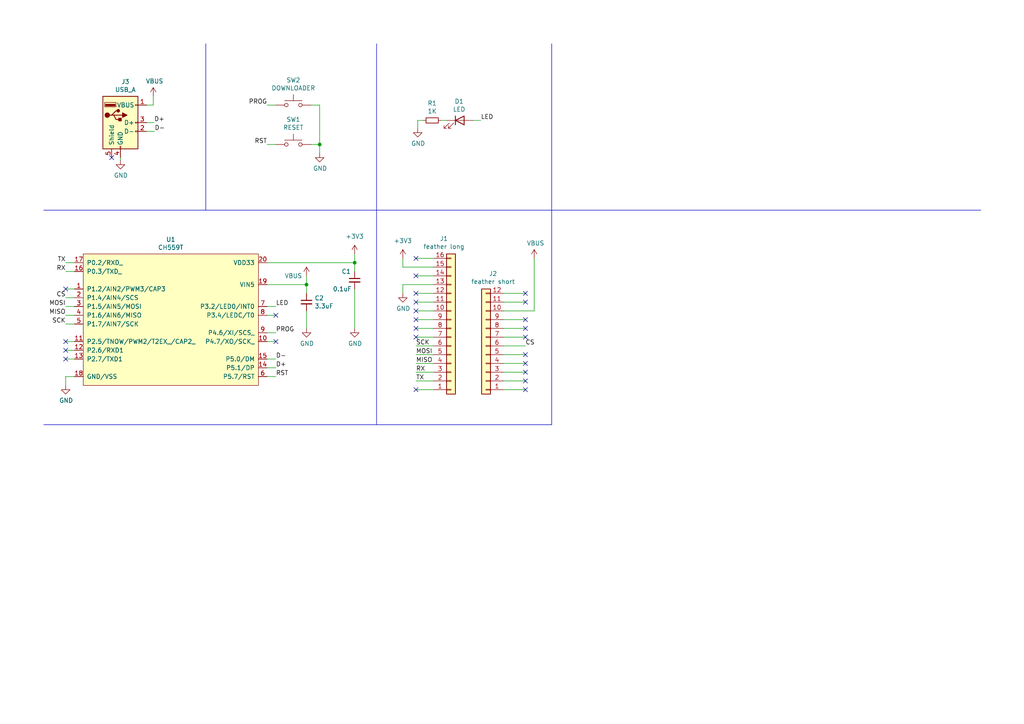
<source format=kicad_sch>
(kicad_sch (version 20230121) (generator eeschema)
  (paper "A4")
  (lib_symbols
    (symbol "Connector_Generic:Conn_01x12" (pin_names (offset 1.016) hide)
      (property "Reference" "J" (at 0 15.24 0))
      (property "Value" "Conn_01x12" (at 0 -17.78 0))
      (symbol "Conn_01x12_1_1"
        (rectangle (start -1.27 -15.113) (end 0 -15.367) (stroke (width 0.1524)))
        (rectangle (start -1.27 -12.573) (end 0 -12.827) (stroke (width 0.1524)))
        (rectangle (start -1.27 -10.033) (end 0 -10.287) (stroke (width 0.1524)))
        (rectangle (start -1.27 -7.493) (end 0 -7.747) (stroke (width 0.1524)))
        (rectangle (start -1.27 -4.953) (end 0 -5.207) (stroke (width 0.1524)))
        (rectangle (start -1.27 -2.413) (end 0 -2.667) (stroke (width 0.1524)))
        (rectangle (start -1.27 0.127) (end 0 -0.127) (stroke (width 0.1524)))
        (rectangle (start -1.27 2.667) (end 0 2.413) (stroke (width 0.1524)))
        (rectangle (start -1.27 5.207) (end 0 4.953) (stroke (width 0.1524)))
        (rectangle (start -1.27 7.747) (end 0 7.493) (stroke (width 0.1524)))
        (rectangle (start -1.27 10.287) (end 0 10.033) (stroke (width 0.1524)))
        (rectangle (start -1.27 12.827) (end 0 12.573) (stroke (width 0.1524)))
        (rectangle (start -1.27 13.97) (end 1.27 -16.51) (stroke (width 0.254)) (fill (type background)))
        (pin passive line (at -5.08 12.7 0) (length 3.81) (name "Pin_1") (number "1"))
        (pin passive line (at -5.08 -10.16 0) (length 3.81) (name "Pin_10") (number "10"))
        (pin passive line (at -5.08 -12.7 0) (length 3.81) (name "Pin_11") (number "11"))
        (pin passive line (at -5.08 -15.24 0) (length 3.81) (name "Pin_12") (number "12"))
        (pin passive line (at -5.08 10.16 0) (length 3.81) (name "Pin_2") (number "2"))
        (pin passive line (at -5.08 7.62 0) (length 3.81) (name "Pin_3") (number "3"))
        (pin passive line (at -5.08 5.08 0) (length 3.81) (name "Pin_4") (number "4"))
        (pin passive line (at -5.08 2.54 0) (length 3.81) (name "Pin_5") (number "5"))
        (pin passive line (at -5.08 0 0) (length 3.81) (name "Pin_6") (number "6"))
        (pin passive line (at -5.08 -2.54 0) (length 3.81) (name "Pin_7") (number "7"))
        (pin passive line (at -5.08 -5.08 0) (length 3.81) (name "Pin_8") (number "8"))
        (pin passive line (at -5.08 -7.62 0) (length 3.81) (name "Pin_9") (number "9"))
      )
    )
    (symbol "Connector_Generic:Conn_01x16" (pin_names (offset 1.016) hide)
      (property "Reference" "J" (at 0 20.32 0))
      (property "Value" "Conn_01x16" (at 0 -22.86 0))
      (symbol "Conn_01x16_1_1"
        (rectangle (start -1.27 -20.193) (end 0 -20.447) (stroke (width 0.1524)))
        (rectangle (start -1.27 -17.653) (end 0 -17.907) (stroke (width 0.1524)))
        (rectangle (start -1.27 -15.113) (end 0 -15.367) (stroke (width 0.1524)))
        (rectangle (start -1.27 -12.573) (end 0 -12.827) (stroke (width 0.1524)))
        (rectangle (start -1.27 -10.033) (end 0 -10.287) (stroke (width 0.1524)))
        (rectangle (start -1.27 -7.493) (end 0 -7.747) (stroke (width 0.1524)))
        (rectangle (start -1.27 -4.953) (end 0 -5.207) (stroke (width 0.1524)))
        (rectangle (start -1.27 -2.413) (end 0 -2.667) (stroke (width 0.1524)))
        (rectangle (start -1.27 0.127) (end 0 -0.127) (stroke (width 0.1524)))
        (rectangle (start -1.27 2.667) (end 0 2.413) (stroke (width 0.1524)))
        (rectangle (start -1.27 5.207) (end 0 4.953) (stroke (width 0.1524)))
        (rectangle (start -1.27 7.747) (end 0 7.493) (stroke (width 0.1524)))
        (rectangle (start -1.27 10.287) (end 0 10.033) (stroke (width 0.1524)))
        (rectangle (start -1.27 12.827) (end 0 12.573) (stroke (width 0.1524)))
        (rectangle (start -1.27 15.367) (end 0 15.113) (stroke (width 0.1524)))
        (rectangle (start -1.27 17.907) (end 0 17.653) (stroke (width 0.1524)))
        (rectangle (start -1.27 19.05) (end 1.27 -21.59) (stroke (width 0.254)) (fill (type background)))
        (pin passive line (at -5.08 17.78 0) (length 3.81) (name "Pin_1") (number "1"))
        (pin passive line (at -5.08 -5.08 0) (length 3.81) (name "Pin_10") (number "10"))
        (pin passive line (at -5.08 -7.62 0) (length 3.81) (name "Pin_11") (number "11"))
        (pin passive line (at -5.08 -10.16 0) (length 3.81) (name "Pin_12") (number "12"))
        (pin passive line (at -5.08 -12.7 0) (length 3.81) (name "Pin_13") (number "13"))
        (pin passive line (at -5.08 -15.24 0) (length 3.81) (name "Pin_14") (number "14"))
        (pin passive line (at -5.08 -17.78 0) (length 3.81) (name "Pin_15") (number "15"))
        (pin passive line (at -5.08 -20.32 0) (length 3.81) (name "Pin_16") (number "16"))
        (pin passive line (at -5.08 15.24 0) (length 3.81) (name "Pin_2") (number "2"))
        (pin passive line (at -5.08 12.7 0) (length 3.81) (name "Pin_3") (number "3"))
        (pin passive line (at -5.08 10.16 0) (length 3.81) (name "Pin_4") (number "4"))
        (pin passive line (at -5.08 7.62 0) (length 3.81) (name "Pin_5") (number "5"))
        (pin passive line (at -5.08 5.08 0) (length 3.81) (name "Pin_6") (number "6"))
        (pin passive line (at -5.08 2.54 0) (length 3.81) (name "Pin_7") (number "7"))
        (pin passive line (at -5.08 0 0) (length 3.81) (name "Pin_8") (number "8"))
        (pin passive line (at -5.08 -2.54 0) (length 3.81) (name "Pin_9") (number "9"))
      )
    )
    (symbol "Device:C_Small" (pin_numbers hide) (pin_names (offset 0.254) hide)
      (property "Reference" "C" (at 0.254 1.778 0))
      (property "Value" "C_Small" (at 0.254 -2.032 0))
      (symbol "C_Small_0_1"
        (polyline (pts (xy -1.524 -0.508) (xy 1.524 -0.508)) (stroke (width 0.3302)))
        (polyline (pts (xy -1.524 0.508) (xy 1.524 0.508)) (stroke (width 0.3048)))
      )
      (symbol "C_Small_1_1"
        (pin passive line (at 0 2.54 270) (length 2.032) (name "~") (number "1"))
        (pin passive line (at 0 -2.54 90) (length 2.032) (name "~") (number "2"))
      )
    )
    (symbol "Device:LED" (pin_numbers hide) (pin_names (offset 1.016) hide)
      (property "Reference" "D" (at 0 2.54 0))
      (property "Value" "LED" (at 0 -2.54 0))
      (symbol "LED_0_1"
        (polyline (pts (xy -1.27 -1.27) (xy -1.27 1.27)) (stroke (width 0.254)))
        (polyline (pts (xy -1.27 0) (xy 1.27 0)))
        (polyline (pts (xy 1.27 -1.27) (xy 1.27 1.27) (xy -1.27 0) (xy 1.27 -1.27)) (stroke (width 0.254)))
        (polyline (pts (xy -3.048 -0.762) (xy -4.572 -2.286) (xy -3.81 -2.286) (xy -4.572 -2.286) (xy -4.572 -1.524)))
        (polyline (pts (xy -1.778 -0.762) (xy -3.302 -2.286) (xy -2.54 -2.286) (xy -3.302 -2.286) (xy -3.302 -1.524)))
      )
      (symbol "LED_1_1"
        (pin passive line (at -3.81 0 0) (length 2.54) (name "K") (number "1"))
        (pin passive line (at 3.81 0 180) (length 2.54) (name "A") (number "2"))
      )
    )
    (symbol "Device:R_Small" (pin_numbers hide) (pin_names (offset 0.254) hide)
      (property "Reference" "R" (at 0.762 0.508 0))
      (property "Value" "R_Small" (at 0.762 -1.016 0))
      (symbol "R_Small_0_1"
        (rectangle (start -0.762 1.778) (end 0.762 -1.778) (stroke (width 0.2032)))
      )
      (symbol "R_Small_1_1"
        (pin passive line (at 0 2.54 270) (length 0.762) (name "~") (number "1"))
        (pin passive line (at 0 -2.54 90) (length 0.762) (name "~") (number "2"))
      )
    )
    (symbol "Switch:SW_Push" (pin_numbers hide) (pin_names (offset 1.016) hide)
      (property "Reference" "SW" (at 1.27 2.54 0))
      (property "Value" "SW_Push" (at 0 -1.524 0))
      (symbol "SW_Push_0_1"
        (circle (center -2.032 0) (radius 0.508))
        (polyline (pts (xy 0 1.27) (xy 0 3.048)))
        (polyline (pts (xy 2.54 1.27) (xy -2.54 1.27)))
        (circle (center 2.032 0) (radius 0.508))
        (pin passive line (at -5.08 0 0) (length 2.54) (name "1") (number "1"))
        (pin passive line (at 5.08 0 180) (length 2.54) (name "2") (number "2"))
      )
    )
    (symbol "WingHub-rescue:CH559T-Electronic_Cats" (pin_names (offset 1.016))
      (property "Reference" "U" (at 0 21.59 0))
      (property "Value" "CH559T-Electronic_Cats" (at 0 -21.59 0))
      (symbol "CH559T-Electronic_Cats_0_1"
        (rectangle (start -25.4 19.05) (end 25.4 -19.05) (fill (type background)))
      )
      (symbol "CH559T-Electronic_Cats_1_1"
        (pin input line (at -27.94 8.89 0) (length 2.54) (name "P1.2/AIN2/PWM3/CAP3") (number "1"))
        (pin input line (at 27.94 -6.35 180) (length 2.54) (name "P4.7/XO/SCK_") (number "10"))
        (pin input line (at -27.94 -6.35 0) (length 2.54) (name "P2.5/TNOW/PWM2/T2EX_/CAP2_") (number "11"))
        (pin input line (at -27.94 -8.89 0) (length 2.54) (name "P2.6/RXD1") (number "12"))
        (pin input line (at -27.94 -11.43 0) (length 2.54) (name "P2.7/TXD1") (number "13"))
        (pin input line (at 27.94 -13.97 180) (length 2.54) (name "P5.1/DP") (number "14"))
        (pin input line (at 27.94 -11.43 180) (length 2.54) (name "P5.0/DM") (number "15"))
        (pin input line (at -27.94 13.97 0) (length 2.54) (name "P0.3/TXD_") (number "16"))
        (pin input line (at -27.94 16.51 0) (length 2.54) (name "P0.2/RXD_") (number "17"))
        (pin input line (at -27.94 -16.51 0) (length 2.54) (name "GND/VSS") (number "18"))
        (pin input line (at 27.94 10.16 180) (length 2.54) (name "VIN5") (number "19"))
        (pin input line (at -27.94 6.35 0) (length 2.54) (name "P1.4/AIN4/SCS") (number "2"))
        (pin input line (at 27.94 16.51 180) (length 2.54) (name "VDD33") (number "20"))
        (pin input line (at -27.94 3.81 0) (length 2.54) (name "P1.5/AIN5/MOSI") (number "3"))
        (pin input line (at -27.94 1.27 0) (length 2.54) (name "P1.6/AIN6/MISO") (number "4"))
        (pin input line (at -27.94 -1.27 0) (length 2.54) (name "P1.7/AIN7/SCK") (number "5"))
        (pin input line (at 27.94 -16.51 180) (length 2.54) (name "P5.7/RST") (number "6"))
        (pin input line (at 27.94 3.81 180) (length 2.54) (name "P3.2/LED0/INT0") (number "7"))
        (pin input line (at 27.94 1.27 180) (length 2.54) (name "P3.4/LEDC/T0") (number "8"))
        (pin input line (at 27.94 -3.81 180) (length 2.54) (name "P4.6/XI/SCS_") (number "9"))
      )
    )
    (symbol "WingHub-rescue:USB_A-Connector" (pin_names (offset 1.016))
      (property "Reference" "J" (at -5.08 11.43 0))
      (property "Value" "Connector_USB_A" (at -5.08 8.89 0))
      (symbol "USB_A-Connector_0_1"
        (rectangle (start -5.08 -7.62) (end 5.08 7.62) (stroke (width 0.254)) (fill (type background)))
        (circle (center -3.81 2.159) (radius 0.635) (stroke (width 0.254)) (fill (type outline)))
        (rectangle (start -1.524 4.826) (end -4.318 5.334) (fill (type outline)))
        (rectangle (start -1.27 4.572) (end -4.572 5.842))
        (circle (center -0.635 3.429) (radius 0.381) (stroke (width 0.254)) (fill (type outline)))
        (rectangle (start -0.127 -7.62) (end 0.127 -6.858))
        (polyline (pts (xy -3.175 2.159) (xy -2.54 2.159) (xy -1.27 3.429) (xy -0.635 3.429)) (stroke (width 0.254)))
        (polyline (pts (xy -2.54 2.159) (xy -1.905 2.159) (xy -1.27 0.889) (xy 0 0.889)) (stroke (width 0.254)))
        (polyline (pts (xy 0.635 2.794) (xy 0.635 1.524) (xy 1.905 2.159) (xy 0.635 2.794)) (stroke (width 0.254)) (fill (type outline)))
        (rectangle (start 0.254 1.27) (end -0.508 0.508) (stroke (width 0.254)) (fill (type outline)))
        (rectangle (start 5.08 -2.667) (end 4.318 -2.413))
        (rectangle (start 5.08 -0.127) (end 4.318 0.127))
        (rectangle (start 5.08 4.953) (end 4.318 5.207))
      )
      (symbol "USB_A-Connector_1_1"
        (polyline (pts (xy -1.905 2.159) (xy 0.635 2.159)) (stroke (width 0.254)))
        (pin power_in line (at 7.62 5.08 180) (length 2.54) (name "VBUS") (number "1"))
        (pin passive line (at 7.62 -2.54 180) (length 2.54) (name "D-") (number "2"))
        (pin passive line (at 7.62 0 180) (length 2.54) (name "D+") (number "3"))
        (pin power_in line (at 0 -10.16 90) (length 2.54) (name "GND") (number "4"))
        (pin passive line (at -2.54 -10.16 90) (length 2.54) (name "Shield") (number "5"))
      )
    )
    (symbol "power:+3V3" (power) (pin_names (offset 0))
      (property "Value" "+3V3" (at 0 3.556 0))
      (symbol "+3V3_0_1"
        (polyline (pts (xy -0.762 1.27) (xy 0 2.54)))
        (polyline (pts (xy 0 0) (xy 0 2.54)))
        (polyline (pts (xy 0 2.54) (xy 0.762 1.27)))
      )
      (symbol "+3V3_1_1"
        (pin power_in line (at 0 0 90) (length 0) hide (name "+3V3") (number "1"))
      )
    )
    (symbol "power:GND" (power) (pin_names (offset 0))
      (property "Value" "GND" (at 0 -3.81 0))
      (symbol "GND_0_1"
        (polyline (pts (xy 0 0) (xy 0 -1.27) (xy 1.27 -1.27) (xy 0 -2.54) (xy -1.27 -1.27) (xy 0 -1.27)))
      )
      (symbol "GND_1_1"
        (pin power_in line (at 0 0 270) (length 0) hide (name "GND") (number "1"))
      )
    )
    (symbol "power:VBUS" (power) (pin_names (offset 0))
      (property "Value" "VBUS" (at 0 3.81 0))
      (symbol "VBUS_0_1"
        (polyline (pts (xy -0.762 1.27) (xy 0 2.54)))
        (polyline (pts (xy 0 0) (xy 0 2.54)))
        (polyline (pts (xy 0 2.54) (xy 0.762 1.27)))
      )
      (symbol "VBUS_1_1"
        (pin power_in line (at 0 0 90) (length 0) hide (name "VBUS") (number "1"))
      )
    )
  )
  (junction (at 88.9 82.55))
  (junction (at 92.71 41.91))
  (junction (at 102.87 76.2))
  (no_connect (at 120.65 80.01))
  (no_connect (at 120.65 74.93))
  (no_connect (at 152.4 97.79))
  (no_connect (at 120.65 113.03))
  (no_connect (at 120.65 92.71))
  (no_connect (at 152.4 102.87))
  (no_connect (at 120.65 90.17))
  (no_connect (at 19.05 83.82))
  (no_connect (at 32.385 45.72))
  (no_connect (at 152.4 113.03))
  (no_connect (at 19.05 104.14))
  (no_connect (at 80.01 99.06))
  (no_connect (at 152.4 95.25))
  (no_connect (at 152.4 85.09))
  (no_connect (at 120.65 85.09))
  (no_connect (at 152.4 105.41))
  (no_connect (at 120.65 87.63))
  (no_connect (at 19.05 101.6))
  (no_connect (at 120.65 97.79))
  (no_connect (at 19.05 99.06))
  (no_connect (at 80.01 91.44))
  (no_connect (at 152.4 87.63))
  (no_connect (at 152.4 107.95))
  (no_connect (at 152.4 92.71))
  (no_connect (at 120.65 95.25))
  (no_connect (at 152.4 110.49))
  (wire (pts (xy 146.05 95.25) (xy 152.4 95.25)))
  (wire (pts (xy 77.47 106.68) (xy 80.01 106.68)))
  (wire (pts (xy 42.545 38.1) (xy 44.831 38.1)))
  (wire (pts (xy 121.158 34.925) (xy 121.158 37.211)))
  (wire (pts (xy 80.01 104.14) (xy 77.47 104.14)))
  (wire (pts (xy 146.05 107.95) (xy 152.4 107.95)))
  (wire (pts (xy 120.65 95.25) (xy 125.73 95.25)))
  (wire (pts (xy 77.47 30.48) (xy 80.01 30.48)))
  (wire (pts (xy 77.47 99.06) (xy 80.01 99.06)))
  (wire (pts (xy 116.84 74.93) (xy 116.84 77.47)))
  (wire (pts (xy 146.05 100.33) (xy 152.4 100.33)))
  (wire (pts (xy 21.59 78.74) (xy 19.05 78.74)))
  (wire (pts (xy 21.59 109.22) (xy 19.05 109.22)))
  (wire (pts (xy 77.47 91.44) (xy 80.01 91.44)))
  (wire (pts (xy 120.65 74.93) (xy 125.73 74.93)))
  (wire (pts (xy 146.05 85.09) (xy 152.4 85.09)))
  (wire (pts (xy 88.9 90.17) (xy 88.9 95.25)))
  (wire (pts (xy 21.59 93.98) (xy 19.05 93.98)))
  (wire (pts (xy 116.84 82.55) (xy 125.73 82.55)))
  (wire (pts (xy 21.59 104.14) (xy 19.05 104.14)))
  (wire (pts (xy 137.16 34.925) (xy 139.446 34.925)))
  (wire (pts (xy 102.87 76.2) (xy 102.87 73.66)))
  (wire (pts (xy 120.65 92.71) (xy 125.73 92.71)))
  (wire (pts (xy 42.545 30.48) (xy 44.45 30.48)))
  (wire (pts (xy 21.59 83.82) (xy 19.05 83.82)))
  (wire (pts (xy 146.05 105.41) (xy 152.4 105.41)))
  (wire (pts (xy 88.9 82.55) (xy 88.9 85.09)))
  (wire (pts (xy 77.47 96.52) (xy 80.01 96.52)))
  (wire (pts (xy 21.59 101.6) (xy 19.05 101.6)))
  (polyline (pts (xy 109.22 12.7) (xy 109.22 123.19)))
  (wire (pts (xy 88.9 80.01) (xy 88.9 82.55)))
  (wire (pts (xy 90.17 41.91) (xy 92.71 41.91)))
  (wire (pts (xy 120.65 113.03) (xy 125.73 113.03)))
  (wire (pts (xy 146.05 92.71) (xy 152.4 92.71)))
  (wire (pts (xy 120.65 100.33) (xy 125.73 100.33)))
  (wire (pts (xy 102.87 78.74) (xy 102.87 76.2)))
  (wire (pts (xy 120.65 110.49) (xy 125.73 110.49)))
  (wire (pts (xy 120.65 85.09) (xy 125.73 85.09)))
  (wire (pts (xy 92.71 41.91) (xy 92.71 44.45)))
  (wire (pts (xy 21.59 99.06) (xy 19.05 99.06)))
  (polyline (pts (xy 59.69 12.7) (xy 59.69 60.96)))
  (wire (pts (xy 34.925 45.72) (xy 34.925 46.482)))
  (polyline (pts (xy 12.7 60.96) (xy 284.48 60.96)))
  (wire (pts (xy 146.05 97.79) (xy 152.4 97.79)))
  (polyline (pts (xy 160.02 123.19) (xy 160.02 12.7)))
  (wire (pts (xy 146.05 90.17) (xy 154.94 90.17)))
  (wire (pts (xy 120.65 87.63) (xy 125.73 87.63)))
  (wire (pts (xy 146.05 87.63) (xy 152.4 87.63)))
  (wire (pts (xy 129.54 34.925) (xy 127.889 34.925)))
  (wire (pts (xy 77.47 109.22) (xy 80.01 109.22)))
  (wire (pts (xy 120.65 97.79) (xy 125.73 97.79)))
  (wire (pts (xy 146.05 102.87) (xy 152.4 102.87)))
  (wire (pts (xy 102.87 83.82) (xy 102.87 95.25)))
  (wire (pts (xy 42.545 35.56) (xy 44.704 35.56)))
  (wire (pts (xy 44.45 30.48) (xy 44.45 27.94)))
  (wire (pts (xy 120.65 107.95) (xy 125.73 107.95)))
  (wire (pts (xy 77.47 76.2) (xy 102.87 76.2)))
  (wire (pts (xy 154.94 74.93) (xy 154.94 90.17)))
  (wire (pts (xy 19.05 109.22) (xy 19.05 111.76)))
  (wire (pts (xy 120.65 105.41) (xy 125.73 105.41)))
  (wire (pts (xy 90.17 30.48) (xy 92.71 30.48)))
  (wire (pts (xy 21.59 88.9) (xy 19.05 88.9)))
  (wire (pts (xy 92.71 30.48) (xy 92.71 41.91)))
  (wire (pts (xy 116.84 77.47) (xy 125.73 77.47)))
  (wire (pts (xy 21.59 91.44) (xy 19.05 91.44)))
  (wire (pts (xy 120.65 102.87) (xy 125.73 102.87)))
  (wire (pts (xy 116.84 85.09) (xy 116.84 82.55)))
  (wire (pts (xy 77.47 82.55) (xy 88.9 82.55)))
  (wire (pts (xy 21.59 76.2) (xy 19.05 76.2)))
  (wire (pts (xy 146.05 113.03) (xy 152.4 113.03)))
  (polyline (pts (xy 160.02 123.19) (xy 12.7 123.19)))
  (wire (pts (xy 21.59 86.36) (xy 19.05 86.36)))
  (wire (pts (xy 120.65 80.01) (xy 125.73 80.01)))
  (wire (pts (xy 122.809 34.925) (xy 121.158 34.925)))
  (wire (pts (xy 120.65 90.17) (xy 125.73 90.17)))
  (wire (pts (xy 146.05 110.49) (xy 152.4 110.49)))
  (wire (pts (xy 77.47 88.9) (xy 80.01 88.9)))
  (wire (pts (xy 80.01 41.91) (xy 77.47 41.91)))
  (label "LED" (at 139.446 34.925 0))
  (label "D+" (at 80.01 106.68 0))
  (label "RST" (at 80.01 109.22 0))
  (label "CS" (at 19.05 86.36 180))
  (label "TX" (at 120.65 110.49 0))
  (label "PROG" (at 77.47 30.48 180))
  (label "TX" (at 19.05 76.2 180))
  (label "D-" (at 80.01 104.14 0))
  (label "D-" (at 44.831 38.1 0))
  (label "RST" (at 77.47 41.91 180))
  (label "MISO" (at 19.05 91.44 180))
  (label "D+" (at 44.704 35.56 0))
  (label "SCK" (at 120.65 100.33 0))
  (label "MISO" (at 120.65 105.41 0))
  (label "MOSI" (at 120.65 102.87 0))
  (label "MOSI" (at 19.05 88.9 180))
  (label "SCK" (at 19.05 93.98 180))
  (label "PROG" (at 80.01 96.52 0))
  (label "RX" (at 19.05 78.74 180))
  (label "RX" (at 120.65 107.95 0))
  (label "CS" (at 152.4 100.33 0))
  (label "LED" (at 80.01 88.9 0))
  (symbol (lib_id "Connector_Generic:Conn_01x16") (at 130.81 95.25 0) (mirror x) (unit 1)
    (property "Reference" "J1" (at 128.7526 69.215 0))
    (property "Value" "feather long" (at 128.7526 71.5264 0))
    (property "Footprint" "Connector_PinHeader_2.54mm:PinHeader_1x16_P2.54mm_Vertical" (effects hide))
  )
  (symbol (lib_id "Connector_Generic:Conn_01x12") (at 140.97 100.33 180) (unit 1)
    (property "Reference" "J2" (at 143.002 79.375 0))
    (property "Value" "feather short" (at 143.002 81.6864 0))
    (property "Footprint" "Connector_PinHeader_2.54mm:PinHeader_1x12_P2.54mm_Vertical" (effects hide))
  )
  (symbol (lib_id "power:GND") (at 116.84 85.09 0) (unit 1)
    (property "Reference" "#PWR0102" (effects hide))
    (property "Value" "GND" (at 116.967 89.4842 0))
  )
  (symbol (lib_id "power:+3V3") (at 102.87 73.66 0) (unit 1)
    (property "Reference" "#PWR017" (effects hide))
    (property "Value" "+3V3" (at 102.87 68.58 0))
  )
  (symbol (lib_id "power:GND") (at 92.71 44.45 0) (unit 1)
    (property "Reference" "#PWR014" (effects hide))
    (property "Value" "GND" (at 92.837 48.8442 0))
  )
  (symbol (lib_id "power:GND") (at 19.05 111.76 0) (unit 1)
    (property "Reference" "#PWR018" (effects hide))
    (property "Value" "GND" (at 19.177 116.1542 0))
  )
  (symbol (lib_id "WingHub-rescue:USB_A-Connector") (at 34.925 35.56 0) (unit 1)
    (property "Reference" "J3" (at 36.3728 23.6982 0))
    (property "Value" "USB_A" (at 36.3728 26.0096 0))
    (property "Footprint" "Connector_USB:USB_A_CONNFLY_DS1095-WNR0" (effects hide))
    (property "Datasheet" " ~" (effects hide))
    (property "Mfr.Part #" "C42643" (effects hide))
    (property "Vendor" "LCSC" (effects hide))
    (property "Price" "$0.0334" (effects hide))
  )
  (symbol (lib_id "power:GND") (at 34.925 46.482 0) (unit 1)
    (property "Reference" "#PWR04" (effects hide))
    (property "Value" "GND" (at 35.052 50.8762 0))
  )
  (symbol (lib_id "power:VBUS") (at 88.9 80.01 0) (unit 1)
    (property "Reference" "#PWR0101" (effects hide))
    (property "Value" "VBUS" (at 85.09 80.01 0))
  )
  (symbol (lib_id "power:GND") (at 102.87 95.25 0) (unit 1)
    (property "Reference" "#PWR0104" (effects hide))
    (property "Value" "GND" (at 102.997 99.6442 0))
  )
  (symbol (lib_id "Device:LED") (at 133.35 34.925 0) (unit 1)
    (property "Reference" "D1" (at 133.1722 29.4132 0))
    (property "Value" "LED" (at 133.1722 31.7246 0))
    (property "Footprint" "LED_SMD:LED_0805_2012Metric" (effects hide))
    (property "Mfr.Part #" "D-R080508L3-KS2" (effects hide))
    (property "Vendor" "LSCS" (effects hide))
    (property "Price" "$0.015256" (effects hide))
  )
  (symbol (lib_id "Device:R_Small") (at 125.349 34.925 270) (unit 1)
    (property "Reference" "R1" (at 125.349 29.9466 90))
    (property "Value" "1K" (at 125.349 32.258 90))
    (property "Footprint" "Resistor_SMD:R_0805_2012Metric" (effects hide))
    (property "Mfr.Part #" "0805W8J0102T5E" (effects hide))
    (property "Price" "$0.001866" (effects hide))
    (property "Vendor" "LSCS" (effects hide))
  )
  (symbol (lib_id "power:GND") (at 121.158 37.211 0) (unit 1)
    (property "Reference" "#PWR01" (effects hide))
    (property "Value" "GND" (at 121.285 41.6052 0))
  )
  (symbol (lib_id "Switch:SW_Push") (at 85.09 30.48 0) (unit 1)
    (property "Reference" "SW2" (at 85.09 23.241 0))
    (property "Value" "DOWNLOADER" (at 85.09 25.5524 0))
    (property "Footprint" "Button_Switch_SMD:SW_SPST_TL3342" (effects hide))
    (property "Mfr.Part #" "TS5215A 250gf" (effects hide))
    (property "Vendor" "LSCS" (effects hide))
    (property "Price" "$0.0148" (effects hide))
  )
  (symbol (lib_id "Switch:SW_Push") (at 85.09 41.91 0) (unit 1)
    (property "Reference" "SW1" (at 85.09 34.671 0))
    (property "Value" "RESET" (at 85.09 36.9824 0))
    (property "Footprint" "Button_Switch_SMD:SW_SPST_TL3342" (effects hide))
    (property "Mfr.Part #" "TS5215A 250gf" (effects hide))
    (property "Vendor" "LSCS" (effects hide))
    (property "Price" "$0.0148" (effects hide))
  )
  (symbol (lib_id "WingHub-rescue:CH559T-Electronic_Cats") (at 49.53 92.71 0) (unit 1)
    (property "Reference" "U1" (at 49.53 69.469 0))
    (property "Value" "CH559T" (at 49.53 71.7804 0))
    (property "Footprint" "Package_SO:SSOP-20_5.3x7.2mm_P0.65mm" (effects hide))
    (property "Datasheet" "https://datasheet.lcsc.com/szlcsc/1808111011_WCH-Jiangsu-Qin-Heng-CH559T_C85215.pdf" (effects hide))
    (property "Mfr.Part #" "CH559T" (effects hide))
    (property "Vendor" "LSCS" (effects hide))
    (property "Price" "$1.1231" (effects hide))
  )
  (symbol (lib_id "Device:C_Small") (at 102.87 81.28 0) (unit 1)
    (property "Reference" "C1" (at 99.06 78.74 0) (effects (justify left)))
    (property "Value" "0.1uF" (at 96.52 83.82 0) (effects (justify left)))
    (property "Footprint" "Capacitor_SMD:C_0805_2012Metric" (effects hide))
    (property "Mfr.Part #" "CL21F104ZBCNNNC" (effects hide))
    (property "Vendor" "LSCS" (effects hide))
    (property "Price" "$0.0099" (effects hide))
  )
  (symbol (lib_id "Device:C_Small") (at 88.9 87.63 0) (unit 1)
    (property "Reference" "C2" (at 91.2368 86.4616 0) (effects (justify left)))
    (property "Value" "3.3uF" (at 91.2368 88.773 0) (effects (justify left)))
    (property "Footprint" "Capacitor_SMD:C_0805_2012Metric" (effects hide))
    (property "Mfr.Part #" "0805X335K250CT" (effects hide))
    (property "Vendor" "LSCS" (effects hide))
    (property "Price" "$0.031592" (effects hide))
  )
  (symbol (lib_id "power:VBUS") (at 44.45 27.94 0) (unit 1)
    (property "Reference" "#PWR0103" (effects hide))
    (property "Value" "VBUS" (at 44.831 23.5458 0))
  )
  (symbol (lib_id "power:VBUS") (at 154.94 74.93 0) (unit 1)
    (property "Reference" "#PWR0105" (effects hide))
    (property "Value" "VBUS" (at 155.321 70.5358 0))
  )
  (symbol (lib_id "power:+3V3") (at 116.84 74.93 0) (unit 1)
    (property "Reference" "#PWR0106" (effects hide))
    (property "Value" "+3V3" (at 116.84 69.85 0))
  )
  (symbol (lib_id "power:GND") (at 88.9 95.25 0) (unit 1)
    (property "Reference" "#PWR0107" (effects hide))
    (property "Value" "GND" (at 89.027 99.6442 0))
  )
)
</source>
